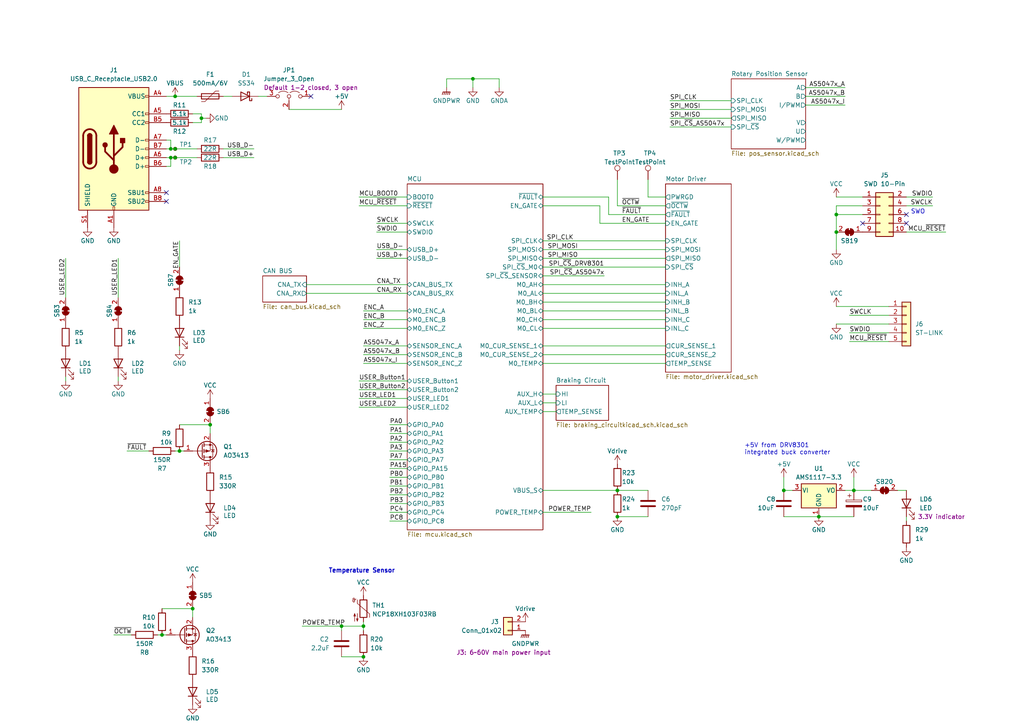
<source format=kicad_sch>
(kicad_sch (version 20211123) (generator eeschema)
  (paper "A4")
  (title_block (title "MoCo-O"))
  (junction (at 153.67 269.24))
  (junction (at 237.49 149.86))
  (junction (at 82.55 269.24))
  (junction (at 179.07 142.24))
  (junction (at 209.55 240.03))
  (junction (at 50.8 43.18))
  (junction (at 120.65 269.24))
  (junction (at 90.17 269.24))
  (junction (at 201.93 226.06))
  (junction (at 113.03 269.24))
  (junction (at 227.33 142.24))
  (junction (at 50.8 45.72))
  (junction (at 242.57 62.23))
  (junction (at 99.06 269.24))
  (junction (at -63.5 179.07))
  (junction (at -11.43 176.53))
  (junction (at 58.42 34.29))
  (junction (at 184.15 269.24))
  (junction (at 129.54 269.24))
  (junction (at -38.1 179.07))
  (junction (at 52.07 130.81))
  (junction (at 99.06 181.61))
  (junction (at 162.56 269.24))
  (junction (at 67.31 269.24))
  (junction (at 193.04 269.24))
  (junction (at -104.14 179.07))
  (junction (at 49.53 45.72))
  (junction (at 46.99 184.15))
  (junction (at 50.8 269.24))
  (junction (at 60.96 123.19))
  (junction (at 146.05 269.24))
  (junction (at 105.41 181.61))
  (junction (at 179.07 149.86))
  (junction (at 58.42 269.24))
  (junction (at 242.57 67.31))
  (junction (at 176.53 269.24))
  (junction (at 105.41 190.5))
  (junction (at 194.31 234.95))
  (junction (at 50.8 27.94))
  (junction (at 201.93 237.49))
  (junction (at 55.88 176.53))
  (junction (at 137.16 22.86))
  (junction (at 247.65 142.24))
  (junction (at 49.53 43.18))
  (no_connect (at 48.26 58.42))
  (no_connect (at 48.26 55.88))
  (no_connect (at 262.89 64.77))
  (no_connect (at 262.89 62.23))
  (no_connect (at 90.17 27.94))
  (no_connect (at 250.19 64.77))
  (wire (pts (xy 58.42 35.56) (xy 58.42 34.29)))
  (wire (pts (xy 139.7 233.68) (xy 158.75 233.68)))
  (wire (pts (xy 50.8 45.72) (xy 57.15 45.72)))
  (wire (pts (xy 52.07 69.85) (xy 52.07 77.47)))
  (wire (pts (xy 144.78 22.86) (xy 144.78 25.4)))
  (wire (pts (xy 113.03 265.43) (xy 113.03 269.24)))
  (wire (pts (xy 227.33 138.43) (xy 227.33 142.24)))
  (wire (pts (xy 157.48 69.85) (xy 193.04 69.85)))
  (wire (pts (xy 105.41 95.25) (xy 118.11 95.25)))
  (wire (pts (xy 113.03 133.35) (xy 118.11 133.35)))
  (wire (pts (xy 90.17 269.24) (xy 99.06 269.24)))
  (wire (pts (xy 185.42 237.49) (xy 201.93 237.49)))
  (wire (pts (xy 110.49 236.22) (xy 127 236.22)))
  (wire (pts (xy 248.92 266.7) (xy 264.16 266.7)))
  (wire (pts (xy 58.42 33.02) (xy 55.88 33.02)))
  (wire (pts (xy 88.9 85.09) (xy 118.11 85.09)))
  (wire (pts (xy 237.49 149.86) (xy 247.65 149.86)))
  (wire (pts (xy 157.48 92.71) (xy 193.04 92.71)))
  (wire (pts (xy 99.06 190.5) (xy 105.41 190.5)))
  (wire (pts (xy 157.48 95.25) (xy 193.04 95.25)))
  (wire (pts (xy 49.53 43.18) (xy 50.8 43.18)))
  (wire (pts (xy 113.03 146.05) (xy 118.11 146.05)))
  (wire (pts (xy 209.55 240.03) (xy 219.71 240.03)))
  (wire (pts (xy 157.48 116.84) (xy 161.29 116.84)))
  (wire (pts (xy 48.26 45.72) (xy 49.53 45.72)))
  (wire (pts (xy 194.31 226.06) (xy 201.93 226.06)))
  (wire (pts (xy 110.49 226.06) (xy 127 226.06)))
  (wire (pts (xy 110.49 233.68) (xy 127 233.68)))
  (wire (pts (xy 177.8 269.24) (xy 176.53 269.24)))
  (wire (pts (xy 179.07 149.86) (xy 187.96 149.86)))
  (wire (pts (xy 59.69 34.29) (xy 58.42 34.29)))
  (wire (pts (xy 104.14 118.11) (xy 118.11 118.11)))
  (wire (pts (xy 113.03 130.81) (xy 118.11 130.81)))
  (wire (pts (xy 140.97 223.52) (xy 139.7 223.52)))
  (wire (pts (xy 119.38 269.24) (xy 120.65 269.24)))
  (wire (pts (xy 55.88 176.53) (xy 46.99 176.53)))
  (wire (pts (xy 152.4 269.24) (xy 153.67 269.24)))
  (wire (pts (xy -87.63 179.07) (xy -74.93 179.07)))
  (wire (pts (xy 46.99 184.15) (xy 48.26 184.15)))
  (wire (pts (xy 184.15 265.43) (xy 184.15 269.24)))
  (wire (pts (xy 104.14 57.15) (xy 118.11 57.15)))
  (wire (pts (xy 233.68 30.48) (xy 245.11 30.48)))
  (wire (pts (xy 104.14 110.49) (xy 118.11 110.49)))
  (wire (pts (xy 227.33 149.86) (xy 237.49 149.86)))
  (wire (pts (xy 113.03 128.27) (xy 118.11 128.27)))
  (wire (pts (xy 120.65 265.43) (xy 120.65 269.24)))
  (wire (pts (xy -50.8 179.07) (xy -38.1 179.07)))
  (wire (pts (xy 48.26 48.26) (xy 49.53 48.26)))
  (wire (pts (xy 34.29 74.93) (xy 34.29 86.36)))
  (wire (pts (xy 50.8 27.94) (xy 57.15 27.94)))
  (wire (pts (xy 157.48 72.39) (xy 193.04 72.39)))
  (wire (pts (xy 139.7 228.6) (xy 158.75 228.6)))
  (wire (pts (xy 170.18 269.24) (xy 176.53 269.24)))
  (wire (pts (xy 82.55 265.43) (xy 82.55 269.24)))
  (wire (pts (xy 201.93 226.06) (xy 209.55 226.06)))
  (wire (pts (xy 179.07 59.69) (xy 179.07 52.07)))
  (wire (pts (xy 146.05 265.43) (xy 146.05 269.24)))
  (wire (pts (xy 36.83 130.81) (xy 43.18 130.81)))
  (wire (pts (xy 246.38 96.52) (xy 257.81 96.52)))
  (wire (pts (xy 246.38 91.44) (xy 257.81 91.44)))
  (wire (pts (xy 242.57 57.15) (xy 250.19 57.15)))
  (wire (pts (xy 247.65 138.43) (xy 247.65 142.24)))
  (wire (pts (xy 48.26 40.64) (xy 49.53 40.64)))
  (wire (pts (xy 157.48 90.17) (xy 193.04 90.17)))
  (wire (pts (xy 153.67 269.24) (xy 162.56 269.24)))
  (wire (pts (xy 157.48 148.59) (xy 171.45 148.59)))
  (wire (pts (xy 73.66 43.18) (xy 64.77 43.18)))
  (wire (pts (xy 157.48 100.33) (xy 193.04 100.33)))
  (wire (pts (xy 233.68 27.94) (xy 245.11 27.94)))
  (wire (pts (xy 157.48 119.38) (xy 161.29 119.38)))
  (wire (pts (xy 245.11 142.24) (xy 247.65 142.24)))
  (wire (pts (xy 182.88 269.24) (xy 184.15 269.24)))
  (wire (pts (xy 157.48 57.15) (xy 176.53 57.15)))
  (wire (pts (xy 247.65 241.3) (xy 264.16 241.3)))
  (wire (pts (xy 176.53 265.43) (xy 176.53 269.24)))
  (wire (pts (xy 129.54 269.24) (xy 133.35 269.24)))
  (wire (pts (xy 105.41 181.61) (xy 105.41 182.88)))
  (wire (pts (xy 125.73 223.52) (xy 127 223.52)))
  (wire (pts (xy 139.7 226.06) (xy 158.75 226.06)))
  (wire (pts (xy 60.96 123.19) (xy 60.96 125.73)))
  (wire (pts (xy 184.15 269.24) (xy 193.04 269.24)))
  (wire (pts (xy 44.45 269.24) (xy 50.8 269.24)))
  (wire (pts (xy 242.57 72.39) (xy 242.57 67.31)))
  (wire (pts (xy 260.35 142.24) (xy 262.89 142.24)))
  (wire (pts (xy 194.31 34.29) (xy 212.09 34.29)))
  (wire (pts (xy 242.57 62.23) (xy 250.19 62.23)))
  (wire (pts (xy 50.8 27.94) (xy 48.26 27.94)))
  (wire (pts (xy 113.03 138.43) (xy 118.11 138.43)))
  (wire (pts (xy -106.68 179.07) (xy -104.14 179.07)))
  (wire (pts (xy 113.03 143.51) (xy 118.11 143.51)))
  (wire (pts (xy 104.14 115.57) (xy 118.11 115.57)))
  (wire (pts (xy 99.06 31.75) (xy 83.82 31.75)))
  (wire (pts (xy 88.9 269.24) (xy 90.17 269.24)))
  (wire (pts (xy 242.57 62.23) (xy 242.57 59.69)))
  (wire (pts (xy 33.02 184.15) (xy 38.1 184.15)))
  (wire (pts (xy 50.8 130.81) (xy 52.07 130.81)))
  (wire (pts (xy 157.48 82.55) (xy 193.04 82.55)))
  (wire (pts (xy 99.06 181.61) (xy 105.41 181.61)))
  (wire (pts (xy 209.55 233.68) (xy 209.55 240.03)))
  (wire (pts (xy 233.68 25.4) (xy 245.11 25.4)))
  (wire (pts (xy 185.42 234.95) (xy 194.31 234.95)))
  (wire (pts (xy 55.88 35.56) (xy 58.42 35.56)))
  (wire (pts (xy 264.16 238.76) (xy 247.65 238.76)))
  (wire (pts (xy 67.31 269.24) (xy 71.12 269.24)))
  (wire (pts (xy 34.29 109.22) (xy 34.29 110.49)))
  (wire (pts (xy 49.53 40.64) (xy 49.53 43.18)))
  (wire (pts (xy 129.54 22.86) (xy 137.16 22.86)))
  (wire (pts (xy 194.31 31.75) (xy 212.09 31.75)))
  (wire (pts (xy 60.96 123.19) (xy 52.07 123.19)))
  (wire (pts (xy 110.49 228.6) (xy 127 228.6)))
  (wire (pts (xy 157.48 102.87) (xy 193.04 102.87)))
  (wire (pts (xy 99.06 269.24) (xy 102.87 269.24)))
  (wire (pts (xy 52.07 130.81) (xy 53.34 130.81)))
  (wire (pts (xy -67.31 179.07) (xy -63.5 179.07)))
  (wire (pts (xy 157.48 87.63) (xy 193.04 87.63)))
  (wire (pts (xy 187.96 57.15) (xy 187.96 52.07)))
  (wire (pts (xy 19.05 109.22) (xy 19.05 110.49)))
  (wire (pts (xy 113.03 125.73) (xy 118.11 125.73)))
  (wire (pts (xy 105.41 105.41) (xy 118.11 105.41)))
  (wire (pts (xy 110.49 238.76) (xy 127 238.76)))
  (wire (pts (xy 58.42 265.43) (xy 58.42 269.24)))
  (wire (pts (xy 264.16 233.68) (xy 247.65 233.68)))
  (wire (pts (xy 137.16 22.86) (xy 137.16 25.4)))
  (wire (pts (xy 129.54 22.86) (xy 129.54 25.4)))
  (wire (pts (xy 140.97 241.3) (xy 139.7 241.3)))
  (wire (pts (xy 110.49 231.14) (xy 127 231.14)))
  (wire (pts (xy 120.65 269.24) (xy 129.54 269.24)))
  (wire (pts (xy 139.7 238.76) (xy 158.75 238.76)))
  (wire (pts (xy -25.4 176.53) (xy -11.43 176.53)))
  (wire (pts (xy 194.31 29.21) (xy 212.09 29.21)))
  (wire (pts (xy 157.48 114.3) (xy 161.29 114.3)))
  (wire (pts (xy 105.41 102.87) (xy 118.11 102.87)))
  (wire (pts (xy 262.89 149.86) (xy 262.89 151.13)))
  (wire (pts (xy 176.53 57.15) (xy 176.53 62.23)))
  (wire (pts (xy 58.42 34.29) (xy 58.42 33.02)))
  (wire (pts (xy 194.31 234.95) (xy 219.71 234.95)))
  (wire (pts (xy 242.57 59.69) (xy 250.19 59.69)))
  (wire (pts (xy 264.16 227.33) (xy 264.16 231.14)))
  (wire (pts (xy 270.51 59.69) (xy 262.89 59.69)))
  (wire (pts (xy 194.31 233.68) (xy 194.31 234.95)))
  (wire (pts (xy 176.53 62.23) (xy 193.04 62.23)))
  (wire (pts (xy 157.48 105.41) (xy 193.04 105.41)))
  (wire (pts (xy 157.48 59.69) (xy 173.99 59.69)))
  (wire (pts (xy 248.92 264.16) (xy 264.16 264.16)))
  (wire (pts (xy 50.8 265.43) (xy 50.8 269.24)))
  (wire (pts (xy 274.32 67.31) (xy 262.89 67.31)))
  (wire (pts (xy 99.06 181.61) (xy 99.06 182.88)))
  (wire (pts (xy 247.65 142.24) (xy 252.73 142.24)))
  (wire (pts (xy 185.42 240.03) (xy 209.55 240.03)))
  (wire (pts (xy 193.04 269.24) (xy 196.85 269.24)))
  (wire (pts (xy 113.03 151.13) (xy 118.11 151.13)))
  (wire (pts (xy 114.3 269.24) (xy 113.03 269.24)))
  (wire (pts (xy 77.47 27.94) (xy 74.93 27.94)))
  (wire (pts (xy 270.51 57.15) (xy 262.89 57.15)))
  (wire (pts (xy 248.92 259.08) (xy 264.16 259.08)))
  (wire (pts (xy 157.48 142.24) (xy 179.07 142.24)))
  (wire (pts (xy 113.03 135.89) (xy 118.11 135.89)))
  (wire (pts (xy 113.03 123.19) (xy 118.11 123.19)))
  (wire (pts (xy 57.15 269.24) (xy 58.42 269.24)))
  (wire (pts (xy 19.05 74.93) (xy 19.05 86.36)))
  (wire (pts (xy 105.41 92.71) (xy 118.11 92.71)))
  (wire (pts (xy 194.31 36.83) (xy 212.09 36.83)))
  (wire (pts (xy 106.68 269.24) (xy 113.03 269.24)))
  (wire (pts (xy 157.48 77.47) (xy 193.04 77.47)))
  (wire (pts (xy 125.73 241.3) (xy 127 241.3)))
  (wire (pts (xy 201.93 233.68) (xy 201.93 237.49)))
  (wire (pts (xy 109.22 64.77) (xy 118.11 64.77)))
  (wire (pts (xy 109.22 74.93) (xy 118.11 74.93)))
  (wire (pts (xy 242.57 88.9) (xy 257.81 88.9)))
  (wire (pts (xy 157.48 74.93) (xy 193.04 74.93)))
  (wire (pts (xy 49.53 45.72) (xy 50.8 45.72)))
  (wire (pts (xy 90.17 265.43) (xy 90.17 269.24)))
  (wire (pts (xy 187.96 57.15) (xy 193.04 57.15)))
  (wire (pts (xy 104.14 113.03) (xy 118.11 113.03)))
  (wire (pts (xy 153.67 265.43) (xy 153.67 269.24)))
  (wire (pts (xy 45.72 184.15) (xy 46.99 184.15)))
  (wire (pts (xy 227.33 142.24) (xy 229.87 142.24)))
  (wire (pts (xy 49.53 45.72) (xy 49.53 48.26)))
  (wire (pts (xy 242.57 93.98) (xy 257.81 93.98)))
  (wire (pts (xy 139.7 269.24) (xy 146.05 269.24)))
  (wire (pts (xy 88.9 82.55) (xy 118.11 82.55)))
  (wire (pts (xy 76.2 269.24) (xy 82.55 269.24)))
  (wire (pts (xy 105.41 181.61) (xy 105.41 180.34)))
  (wire (pts (xy 109.22 72.39) (xy 118.11 72.39)))
  (wire (pts (xy 201.93 237.49) (xy 219.71 237.49)))
  (wire (pts (xy 157.48 85.09) (xy 193.04 85.09)))
  (wire (pts (xy 73.66 45.72) (xy 64.77 45.72)))
  (wire (pts (xy 246.38 99.06) (xy 257.81 99.06)))
  (wire (pts (xy 162.56 269.24) (xy 166.37 269.24)))
  (wire (pts (xy 113.03 148.59) (xy 118.11 148.59)))
  (wire (pts (xy 248.92 269.24) (xy 264.16 269.24)))
  (wire (pts (xy 113.03 140.97) (xy 118.11 140.97)))
  (wire (pts (xy 55.88 176.53) (xy 55.88 179.07)))
  (wire (pts (xy 52.07 100.33) (xy 52.07 101.6)))
  (wire (pts (xy 50.8 43.18) (xy 57.15 43.18)))
  (wire (pts (xy 104.14 59.69) (xy 118.11 59.69)))
  (wire (pts (xy 105.41 90.17) (xy 118.11 90.17)))
  (wire (pts (xy 179.07 59.69) (xy 193.04 59.69)))
  (wire (pts (xy 58.42 269.24) (xy 67.31 269.24)))
  (wire (pts (xy 157.48 80.01) (xy 175.26 80.01)))
  (wire (pts (xy 137.16 22.86) (xy 144.78 22.86)))
  (wire (pts (xy 64.77 27.94) (xy 67.31 27.94)))
  (wire (pts (xy 139.7 231.14) (xy 158.75 231.14)))
  (wire (pts (xy 264.16 236.22) (xy 247.65 236.22)))
  (wire (pts (xy 173.99 59.69) (xy 173.99 64.77)))
  (wire (pts (xy 242.57 67.31) (xy 242.57 62.23)))
  (wire (pts (xy 105.41 100.33) (xy 118.11 100.33)))
  (wire (pts (xy 173.99 64.77) (xy 193.04 64.77)))
  (wire (pts (xy -129.54 179.07) (xy -114.3 179.07)))
  (wire (pts (xy 219.71 228.6) (xy 219.71 232.41)))
  (wire (pts (xy 179.07 142.24) (xy 187.96 142.24)))
  (wire (pts (xy 48.26 43.18) (xy 49.53 43.18)))
  (wire (pts (xy 109.22 67.31) (xy 118.11 67.31)))
  (wire (pts (xy 139.7 236.22) (xy 158.75 236.22)))
  (wire (pts (xy 87.63 181.61) (xy 99.06 181.61)))
  (wire (pts (xy 147.32 269.24) (xy 146.05 269.24)))
  (wire (pts (xy 83.82 269.24) (xy 82.55 269.24)))
  (wire (pts (xy 248.92 261.62) (xy 264.16 261.62)))
  (wire (pts (xy 52.07 269.24) (xy 50.8 269.24)))
  (text "Temperature Sensor" (at 95.25 166.37 0) (effects (font (size 1.27 1.27) (thickness 0.254) bold) (justify left bottom)))
  (text "SWO" (at 264.16 62.23 0) (effects (font (size 1.27 1.27)) (justify left bottom)))
  (text "+5V from DRV8301\nintegrated buck converter" (at 215.9 132.08 0) (effects (font (size 1.27 1.27)) (justify left bottom)))
  (label "SPI_~{CS}_AS5047x" (at 247.65 241.3 0))
  (label "MCU_~{RESET}" (at 246.38 99.06 0))
  (label "PA3" (at 158.75 228.6 180))
  (label "SWCLK" (at 246.38 91.44 0))
  (label "EN_GATE" (at 180.34 64.77 0))
  (label "MCU_~{RESET}" (at 104.14 59.69 0))
  (label "PA1_CONN" (at 102.87 269.24 180))
  (label "PA7" (at 113.03 133.35 0))
  (label "PC4" (at 113.03 148.59 0))
  (label "PB2" (at 139.7 269.24 0))
  (label "SPI_CLK" (at 166.37 69.85 180))
  (label "SWDIO" (at 109.22 67.31 0))
  (label "AS5047x_B" (at 248.92 261.62 0))
  (label "SWCLK" (at 270.51 59.69 180))
  (label "PB1" (at 158.75 233.68 180))
  (label "PA0" (at 44.45 269.24 0))
  (label "USB_D+" (at 73.66 45.72 180))
  (label "USER_Button1" (at 248.92 266.7 0))
  (label "~{FAULT}" (at 180.34 62.23 0))
  (label "ENC_Z" (at 105.41 95.25 0))
  (label "MCU_BOOT0" (at 104.14 57.15 0))
  (label "SPI_MOSI" (at 167.64 72.39 180))
  (label "SWDIO" (at 246.38 96.52 0))
  (label "AS5047x_A" (at 248.92 259.08 0))
  (label "USER_Button2" (at 104.14 113.03 0))
  (label "PB3_CONN" (at 196.85 269.24 180))
  (label "ENC_B" (at 105.41 92.71 0))
  (label "ENC_B" (at 185.42 237.49 0))
  (label "PB2" (at 113.03 143.51 0))
  (label "PA15" (at 113.03 135.89 0))
  (label "PC8" (at 158.75 238.76 180))
  (label "USER_LED1" (at 34.29 74.93 270))
  (label "~{FAULT}" (at 36.83 130.81 0))
  (label "ENC_A" (at 105.41 90.17 0))
  (label "AS5047x_A" (at 245.11 25.4 180))
  (label "USB_D-" (at 73.66 43.18 180))
  (label "PB2_CONN" (at 166.37 269.24 180))
  (label "CNA_TX" (at 109.22 82.55 0))
  (label "CNA_RX" (at 109.22 85.09 0))
  (label "PA7" (at 110.49 231.14 0))
  (label "POWER_TEMP" (at 87.63 181.61 0))
  (label "USER_Button2" (at -129.54 179.07 0))
  (label "AS5047x_B" (at 245.11 27.94 180))
  (label "SPI_MOSI" (at 194.31 31.75 0))
  (label "PB2_CONN" (at 110.49 236.22 0))
  (label "SWDIO" (at 270.51 57.15 180))
  (label "PA0_CONN" (at 71.12 269.24 180))
  (label "AS5047x_A" (at 105.41 100.33 0))
  (label "PA2" (at 113.03 128.27 0))
  (label "PC4" (at 110.49 238.76 0))
  (label "PA2" (at 110.49 228.6 0))
  (label "PB0" (at 113.03 138.43 0))
  (label "SPI_CLK" (at 247.65 233.68 0))
  (label "SPI_~{CS}_AS5047x" (at 175.26 80.01 180))
  (label "USER_LED2" (at 104.14 118.11 0))
  (label "PA1" (at 76.2 269.24 0))
  (label "AS5047x_B" (at 105.41 102.87 0))
  (label "PB1" (at 113.03 140.97 0))
  (label "USER_Button1" (at 104.14 110.49 0))
  (label "SPI_MISO" (at 167.64 74.93 180))
  (label "MCU_~{RESET}" (at -25.4 176.53 0))
  (label "PB3_CONN" (at 158.75 236.22 180))
  (label "SWCLK" (at 109.22 64.77 0))
  (label "PA15" (at 106.68 269.24 0))
  (label "AS5047x_I" (at 248.92 264.16 0))
  (label "PA15_CONN" (at 133.35 269.24 180))
  (label "ENC_Z" (at 185.42 240.03 0))
  (label "EN_GATE" (at 52.07 69.85 270))
  (label "PA1" (at 113.03 125.73 0))
  (label "POWER_TEMP" (at 171.45 148.59 180))
  (label "PB3" (at 113.03 146.05 0))
  (label "~{OCTW}" (at 33.02 184.15 0))
  (label "~{OCTW}" (at 180.34 59.69 0))
  (label "USB_D-" (at 109.22 72.39 0))
  (label "SPI_~{CS}_AS5047x" (at 194.31 36.83 0))
  (label "PC8" (at 113.03 151.13 0))
  (label "SPI_MISO" (at 194.31 34.29 0))
  (label "PA0_CONN" (at 110.49 226.06 0))
  (label "PB3" (at 170.18 269.24 0))
  (label "ENC_A" (at 185.42 234.95 0))
  (label "PA1_CONN" (at 158.75 226.06 180))
  (label "PA3" (at 113.03 130.81 0))
  (label "MCU_~{RESET}" (at 274.32 67.31 180))
  (label "USER_Button2" (at 248.92 269.24 0))
  (label "SPI_~{CS}_DRV8301" (at 175.26 77.47 180))
  (label "SPI_MOSI" (at 247.65 236.22 0))
  (label "USB_D+" (at 109.22 74.93 0))
  (label "PA0" (at 113.03 123.19 0))
  (label "SPI_CLK" (at 194.31 29.21 0))
  (label "PA15_CONN" (at 158.75 231.14 180))
  (label "MCU_BOOT0" (at -50.8 179.07 0))
  (label "USER_LED1" (at 104.14 115.57 0))
  (label "PB0" (at 110.49 233.68 0))
  (label "AS5047x_I" (at 105.41 105.41 0))
  (label "USER_LED2" (at 19.05 74.93 270))
  (label "USER_Button1" (at -87.63 179.07 0))
  (label "AS5047x_I" (at 245.11 30.48 180))
  (label "SPI_MISO" (at 247.65 238.76 0))
  (symbol (lib_id "power:GNDPWR") (at 129.54 25.4 0) (unit 1)
    (property "Reference" "#PWR028" (effects hide))
    (property "Value" "GNDPWR" (at 129.54 29.21 0))
  )
  (symbol (lib_id "Device:R") (at 60.96 139.7 0) (unit 1)
    (property "Reference" "R15" (at 63.5 138.43 0) (effects (justify left)))
    (property "Value" "330R" (at 63.5 140.97 0) (effects (justify left)))
    (property "Footprint" "Resistor_SMD:R_0402_1005Metric" (effects hide))
  )
  (symbol (lib_id "power:GND") (at 129.54 281.94 0) (unit 1)
    (property "Reference" "#PWR029" (effects hide))
    (property "Value" "GND" (at 129.54 285.75 0))
  )
  (symbol (lib_id "Device:R") (at 201.93 229.87 0) (unit 1)
    (property "Reference" "R27" (at 203.2 228.6 0) (effects (justify left)))
    (property "Value" "3.3k" (at 203.2 231.14 0) (effects (justify left)))
    (property "Footprint" "Resistor_SMD:R_0402_1005Metric" (effects hide))
    (property "JLCPCB Part #" "C25890" (effects hide))
    (property "MFR.Part #" "0402WGF3301TCE" (effects hide))
  )
  (symbol (lib_id "Device:R_Small") (at 180.34 269.24 270) (unit 1)
    (property "Reference" "R25" (at 180.34 274.32 90))
    (property "Value" "3.3k" (at 180.34 271.78 90))
    (property "Footprint" "Resistor_SMD:R_0402_1005Metric" (effects hide))
    (property "JLCPCB Part #" "C25890" (effects hide))
    (property "MFR.Part #" "0402WGF3301TCE" (effects hide))
  )
  (symbol (lib_id "power:GND") (at 179.07 149.86 0) (unit 1)
    (property "Reference" "#PWR039" (effects hide))
    (property "Value" "GND" (at 179.07 153.67 0))
  )
  (symbol (lib_id "power:GND") (at -11.43 186.69 0) (unit 1)
    (property "Reference" "#PWR08" (effects hide))
    (property "Value" "GND" (at -11.43 190.5 0))
  )
  (symbol (lib_id "Jumper:SolderJumper_2_Bridged") (at 99.06 273.05 90) (unit 1) (in_bom no)
    (property "Reference" "SB11" (at 96.52 273.05 0))
    (property "Value" "SolderJumper_2_Bridged" (effects hide))
    (property "Footprint" "Jumper:SolderJumper-2_P1.3mm_Bridged_RoundedPad1.0x1.5mm" (effects hide))
  )
  (symbol (lib_id "Jumper:SolderJumper_2_Bridged") (at 55.88 172.72 270) (unit 1) (in_bom no)
    (property "Reference" "SB5" (at 59.69 172.72 90))
    (property "Value" "SolderJumper_2_Bridged" (effects hide))
    (property "Footprint" "Jumper:SolderJumper-2_P1.3mm_Bridged_RoundedPad1.0x1.5mm" (effects hide))
  )
  (symbol (lib_id "power:VCC") (at -38.1 168.91 0) (unit 1)
    (property "Reference" "#PWR05" (effects hide))
    (property "Value" "VCC" (at -38.1 165.1 0))
  )
  (symbol (lib_id "Device:LED") (at 262.89 146.05 90) (unit 1)
    (property "Reference" "LD6" (at 266.7 144.78 90) (effects (justify right)))
    (property "Value" "LED" (at 266.7 147.32 90) (effects (justify right)))
    (property "Footprint" "LED_SMD:LED_0603_1608Metric" (effects hide))
    (property "Note" "3.3V indicator" (at 273.05 149.86 90))
  )
  (symbol (lib_id "Device:R") (at 209.55 229.87 0) (unit 1)
    (property "Reference" "R28" (at 210.82 228.6 0) (effects (justify left)))
    (property "Value" "3.3k" (at 210.82 231.14 0) (effects (justify left)))
    (property "Footprint" "Resistor_SMD:R_0402_1005Metric" (effects hide))
    (property "JLCPCB Part #" "C25890" (effects hide))
    (property "MFR.Part #" "0402WGF3301TCE" (effects hide))
  )
  (symbol (lib_id "power:VCC") (at -104.14 168.91 0) (unit 1)
    (property "Reference" "#PWR01" (effects hide))
    (property "Value" "VCC" (at -104.14 165.1 0))
  )
  (symbol (lib_id "Device:R") (at 52.07 33.02 90) (unit 1)
    (property "Reference" "R11" (at 52.07 30.48 90))
    (property "Value" "5.1k" (at 52.07 33.02 90))
    (property "Footprint" "Resistor_SMD:R_0402_1005Metric" (effects hide))
    (property "JLCPCB Part #" "C25905" (effects hide))
    (property "MFR.Part #" "0402WGF5101TCE" (effects hide))
  )
  (symbol (lib_id "Device:R") (at 262.89 154.94 0) (unit 1)
    (property "Reference" "R29" (at 265.43 153.6699 0) (effects (justify left)))
    (property "Value" "1k" (at 265.43 156.2099 0) (effects (justify left)))
    (property "Footprint" "Resistor_SMD:R_0402_1005Metric" (effects hide))
    (property "JLCPCB Part #" "C11702" (effects hide))
    (property "MFR.Part #" "0402WGF1001TCE" (effects hide))
  )
  (symbol (lib_id "power:VCC") (at 201.93 218.44 0) (unit 1)
    (property "Reference" "#PWR041" (effects hide))
    (property "Value" "VCC" (at 201.93 214.63 0))
  )
  (symbol (lib_id "Switch:SW_Push") (at -11.43 181.61 90) (unit 1)
    (property "Reference" "SW4" (at -10.16 180.3399 90) (effects (justify right)))
    (property "Value" "SW_Push" (at -10.16 182.8799 90) (effects (justify right)))
    (property "Footprint" "Button_Switch_SMD:SW_SPST_CK_RS282G05A3" (effects hide))
  )
  (symbol (lib_id "Switch:SW_Push") (at -63.5 173.99 90) (unit 1)
    (property "Reference" "SW2" (at -62.23 172.7199 90) (effects (justify right)))
    (property "Value" "SW_Push" (at -62.23 175.2599 90) (effects (justify right)))
    (property "Footprint" "Button_Switch_SMD:SW_SPST_CK_RS282G05A3" (effects hide))
  )
  (symbol (lib_id "Jumper:SolderJumper_2_Bridged") (at 19.05 90.17 90) (unit 1) (in_bom no)
    (property "Reference" "SB3" (at 16.51 90.17 0))
    (property "Value" "SolderJumper_2_Bridged" (effects hide))
    (property "Footprint" "Jumper:SolderJumper-2_P1.3mm_Bridged_RoundedPad1.0x1.5mm" (effects hide))
  )
  (symbol (lib_id "Switch:SW_Push") (at -38.1 173.99 90) (unit 1)
    (property "Reference" "SW3" (at -36.83 172.7199 90) (effects (justify right)))
    (property "Value" "SW_Push" (at -36.83 175.2599 90) (effects (justify right)))
    (property "Footprint" "Button_Switch_SMD:SW_SPST_CK_RS282G05A3" (effects hide))
  )
  (symbol (lib_id "Jumper:SolderJumper_2_Bridged") (at 129.54 273.05 90) (unit 1) (in_bom no)
    (property "Reference" "SB13" (at 127 273.05 0))
    (property "Value" "SolderJumper_2_Bridged" (effects hide))
    (property "Footprint" "Jumper:SolderJumper-2_P1.3mm_Bridged_RoundedPad1.0x1.5mm" (effects hide))
  )
  (symbol (lib_id "Device:R") (at 52.07 35.56 90) (unit 1)
    (property "Reference" "R12" (at 52.07 38.1 90))
    (property "Value" "5.1k" (at 52.07 35.56 90))
    (property "Footprint" "Resistor_SMD:R_0402_1005Metric" (effects hide))
    (property "JLCPCB Part #" "C25905" (effects hide))
    (property "MFR.Part #" "0402WGF5101TCE" (effects hide))
  )
  (symbol (lib_id "Device:R") (at 52.07 88.9 0) (unit 1)
    (property "Reference" "R13" (at 54.61 87.63 0) (effects (justify left)))
    (property "Value" "1k" (at 54.61 90.17 0) (effects (justify left)))
    (property "Footprint" "Resistor_SMD:R_0402_1005Metric" (effects hide))
    (property "JLCPCB Part #" "C11702" (effects hide))
    (property "MFR.Part #" "0402WGF1001TCE" (effects hide))
  )
  (symbol (lib_id "Diode:MBR340") (at 71.12 27.94 180) (unit 1)
    (property "Reference" "D1" (at 71.4375 21.59 0))
    (property "Value" "SS34" (at 71.4375 24.13 0))
    (property "Footprint" "Diode_SMD:D_SMA" (effects hide))
    (property "JLCPCB Part #" "C8678" (effects hide))
    (property "MFR.Part #" "SS34" (effects hide))
  )
  (symbol (lib_id "power:GND") (at 99.06 281.94 0) (unit 1)
    (property "Reference" "#PWR022" (effects hide))
    (property "Value" "GND" (at 99.06 285.75 0))
  )
  (symbol (lib_id "Device:R") (at 52.07 127 180) (unit 1)
    (property "Reference" "R9" (at 48.26 125.73 0))
    (property "Value" "10k" (at 48.26 128.27 0))
    (property "Footprint" "Resistor_SMD:R_0402_1005Metric" (effects hide))
    (property "JLCPCB Part #" "C25744" (effects hide))
    (property "MFR.Part #" "0402WGF1002TCE" (effects hide))
  )
  (symbol (lib_id "Device:C_Small") (at 99.06 279.4 0) (unit 1)
    (property "Reference" "C3" (at 101.6 278.1362 0) (effects (justify left)))
    (property "Value" "82pF" (at 101.6 280.6762 0) (effects (justify left)))
    (property "Footprint" "Capacitor_SMD:C_0402_1005Metric" (effects hide))
    (property "JLCPCB Part #" "C107011" (effects hide))
    (property "MFR.Part #" "CC0402JRNPO9BN820" (effects hide))
  )
  (symbol (lib_id "Device:R_Small") (at 86.36 269.24 270) (unit 1)
    (property "Reference" "R19" (at 86.36 274.32 90))
    (property "Value" "3.3k" (at 86.36 271.78 90))
    (property "Footprint" "Resistor_SMD:R_0402_1005Metric" (effects hide))
    (property "JLCPCB Part #" "C25890" (effects hide))
    (property "MFR.Part #" "0402WGF3301TCE" (effects hide))
  )
  (symbol (lib_id "power:GND") (at 140.97 241.3 0) (unit 1)
    (property "Reference" "#PWR033" (effects hide))
    (property "Value" "GND" (at 140.97 245.11 0))
  )
  (symbol (lib_id "Jumper:SolderJumper_3_Bridged12") (at 219.71 224.79 0) (unit 1) (in_bom no)
    (property "Reference" "SB18" (at 217.17 222.25 0) (effects (justify left)))
    (property "Value" "SolderJumper_3_Bridged12" (effects hide))
    (property "Footprint" "Jumper:SolderJumper-3_P1.3mm_Bridged12_RoundedPad1.0x1.5mm_NumberLabels" (effects hide))
  )
  (symbol (lib_id "Device:R") (at 41.91 184.15 270) (unit 1)
    (property "Reference" "R8" (at 41.91 189.23 90))
    (property "Value" "150R" (at 41.91 186.69 90))
    (property "Footprint" "Resistor_SMD:R_0402_1005Metric" (effects hide))
    (property "JLCPCB Part #" "C25082" (effects hide))
    (property "MFR.Part #" "0402WGF1500TCE" (effects hide))
  )
  (symbol (lib_id "Connector:TestPoint") (at 179.07 52.07 0) (unit 1) (in_bom no)
    (property "Reference" "TP3" (at 177.8 44.45 0) (effects (justify left)))
    (property "Value" "TestPoint" (at 175.26 46.99 0) (effects (justify left)))
    (property "Footprint" "TestPoint:TestPoint_Pad_D2.0mm" (effects hide))
  )
  (symbol (lib_id "power:GND") (at 105.41 190.5 0) (unit 1)
    (property "Reference" "#PWR024" (effects hide))
    (property "Value" "GND" (at 105.41 194.31 0))
  )
  (symbol (lib_id "power:GND") (at 137.16 25.4 0) (unit 1)
    (property "Reference" "#PWR030" (effects hide))
    (property "Value" "GND" (at 137.16 29.21 0))
  )
  (symbol (lib_id "power:GND") (at 67.31 281.94 0) (unit 1)
    (property "Reference" "#PWR020" (effects hide))
    (property "Value" "GND" (at 67.31 285.75 0))
  )
  (symbol (lib_id "power:VCC") (at 140.97 223.52 0) (unit 1)
    (property "Reference" "#PWR0104" (effects hide))
    (property "Value" "VCC" (at 140.97 219.71 0))
  )
  (symbol (lib_id "Connector_Generic:Conn_02x05_Odd_Even") (at 255.27 62.23 0) (unit 1)
    (property "Reference" "J5" (at 256.54 50.8 0))
    (property "Value" "SWD 10-Pin" (at 256.54 53.34 0))
    (property "Footprint" "Connector_PinHeader_1.27mm:PinHeader_2x05_P1.27mm_Vertical_SMD" (effects hide))
  )
  (symbol (lib_id "Regulator_Linear:AMS1117-3.3") (at 237.49 142.24 0) (unit 1)
    (property "Reference" "U1" (at 237.49 135.89 0))
    (property "Value" "AMS1117-3.3" (at 237.49 138.43 0))
    (property "Footprint" "Package_TO_SOT_SMD:SOT-223-3_TabPin2" (effects hide))
    (property "Datasheet" "http://www.advanced-monolithic.com/pdf/ds1117.pdf" (effects hide))
    (property "JLCPCB Part #" "C6186" (effects hide))
    (property "MFR.Part #" "AMS1117-3.3" (effects hide))
  )
  (symbol (lib_id "Device:LED") (at 19.05 105.41 90) (unit 1)
    (property "Reference" "LD1" (at 22.86 105.41 90) (effects (justify right)))
    (property "Value" "LED" (at 22.86 107.6326 90) (effects (justify right)))
    (property "Footprint" "LED_SMD:LED_0603_1608Metric" (effects hide))
  )
  (symbol (lib_id "Jumper:SolderJumper_2_Bridged") (at 201.93 222.25 90) (unit 1) (in_bom no)
    (property "Reference" "SB22" (at 198.12 222.25 90))
    (property "Value" "SolderJumper_2_Bridged" (effects hide))
    (property "Footprint" "Jumper:SolderJumper-2_P1.3mm_Bridged_RoundedPad1.0x1.5mm" (effects hide))
  )
  (symbol (lib_id "Device:R_Small") (at 116.84 269.24 270) (unit 1)
    (property "Reference" "R21" (at 116.84 274.32 90))
    (property "Value" "3.3k" (at 116.84 271.78 90))
    (property "Footprint" "Resistor_SMD:R_0402_1005Metric" (effects hide))
    (property "JLCPCB Part #" "C25890" (effects hide))
    (property "MFR.Part #" "0402WGF3301TCE" (effects hide))
  )
  (symbol (lib_id "Device:R") (at -63.5 182.88 0) (unit 1)
    (property "Reference" "R2" (at -60.96 181.6099 0) (effects (justify left)))
    (property "Value" "10k" (at -60.96 184.1499 0) (effects (justify left)))
    (property "Footprint" "Resistor_SMD:R_0402_1005Metric" (effects hide))
    (property "JLCPCB Part #" "C25744" (effects hide))
    (property "MFR.Part #" "0402WGF1002TCE" (effects hide))
  )
  (symbol (lib_id "Jumper:SolderJumper_2_Bridged") (at 162.56 273.05 90) (unit 1) (in_bom no)
    (property "Reference" "SB15" (at 160.02 273.05 0))
    (property "Value" "SolderJumper_2_Bridged" (effects hide))
    (property "Footprint" "Jumper:SolderJumper-2_P1.3mm_Bridged_RoundedPad1.0x1.5mm" (effects hide))
  )
  (symbol (lib_id "power:GND") (at 34.29 110.49 0) (unit 1)
    (property "Reference" "#PWR012" (effects hide))
    (property "Value" "GND" (at 34.29 114.3 0))
  )
  (symbol (lib_id "Device:R") (at 60.96 43.18 90) (unit 1)
    (property "Reference" "R17" (at 60.96 40.64 90))
    (property "Value" "22R" (at 60.96 43.18 90))
    (property "Footprint" "Resistor_SMD:R_0402_1005Metric" (effects hide))
    (property "JLCPCB Part #" "C25092" (effects hide))
    (property "MFR.Part #" "0402WGF220JTCE" (effects hide))
  )
  (symbol (lib_id "Device:R") (at 46.99 180.34 180) (unit 1)
    (property "Reference" "R10" (at 43.18 179.07 0))
    (property "Value" "10k" (at 43.18 181.61 0))
    (property "Footprint" "Resistor_SMD:R_0402_1005Metric" (effects hide))
    (property "JLCPCB Part #" "C25744" (effects hide))
    (property "MFR.Part #" "0402WGF1002TCE" (effects hide))
  )
  (symbol (lib_id "power:Vdrive") (at 179.07 134.62 0) (unit 1)
    (property "Reference" "#PWR038" (effects hide))
    (property "Value" "Vdrive" (at 179.07 130.81 0))
  )
  (symbol (lib_id "Device:C_Small") (at 129.54 279.4 0) (unit 1)
    (property "Reference" "C4" (at 132.08 278.1362 0) (effects (justify left)))
    (property "Value" "82pF" (at 132.08 280.6762 0) (effects (justify left)))
    (property "Footprint" "Capacitor_SMD:C_0402_1005Metric" (effects hide))
    (property "JLCPCB Part #" "C107011" (effects hide))
    (property "MFR.Part #" "CC0402JRNPO9BN820" (effects hide))
  )
  (symbol (lib_id "power:+5V") (at 269.24 223.52 0) (unit 1)
    (property "Reference" "#PWR056" (effects hide))
    (property "Value" "+5V" (at 269.24 219.71 0))
  )
  (symbol (lib_id "Device:R") (at 105.41 186.69 180) (unit 1)
    (property "Reference" "R20" (at 109.22 185.42 0))
    (property "Value" "10k" (at 109.22 187.96 0))
    (property "Footprint" "Resistor_SMD:R_0402_1005Metric" (effects hide))
    (property "JLCPCB Part #" "C25744" (effects hide))
    (property "MFR.Part #" "0402WGF1002TCE" (effects hide))
  )
  (symbol (lib_id "Device:LED") (at 52.07 96.52 90) (unit 1)
    (property "Reference" "LD3" (at 55.88 96.52 90) (effects (justify right)))
    (property "Value" "LED" (at 55.88 98.7426 90) (effects (justify right)))
    (property "Footprint" "LED_SMD:LED_0603_1608Metric" (effects hide))
  )
  (symbol (lib_id "power:VCC") (at 55.88 168.91 0) (unit 1)
    (property "Reference" "#PWR017" (effects hide))
    (property "Value" "VCC" (at 55.88 165.1 0))
  )
  (symbol (lib_id "Connector_Generic:Conn_01x02") (at 147.32 182.88 180) (unit 1)
    (property "Reference" "J3" (at 143.51 180.34 0))
    (property "Value" "Conn_01x02" (at 139.7 182.88 0))
    (property "Footprint" "Connector_AMASS:AMASS_XT60-M_1x02_P7.20mm_Vertical" (effects hide))
    (property "Note" "${REFERENCE}: 6~60V main power input" (at 146.05 189.23 0))
  )
  (symbol (lib_id "Device:R") (at 55.88 193.04 0) (unit 1)
    (property "Reference" "R16" (at 58.42 191.77 0) (effects (justify left)))
    (property "Value" "330R" (at 58.42 194.31 0) (effects (justify left)))
    (property "Footprint" "Resistor_SMD:R_0402_1005Metric" (effects hide))
  )
  (symbol (lib_id "power:VCC") (at 242.57 88.9 0) (unit 1)
    (property "Reference" "#PWR049" (effects hide))
    (property "Value" "VCC" (at 242.57 85.09 0))
  )
  (symbol (lib_id "power:GNDPWR") (at 152.4 182.88 0) (unit 1)
    (property "Reference" "#PWR036" (effects hide))
    (property "Value" "GNDPWR" (at 152.4 186.69 0))
  )
  (symbol (lib_id "Mechanical:MountingHole_Pad") (at 236.22 321.31 0) (unit 1) (in_bom no)
    (property "Reference" "H2" (effects hide))
    (property "Value" "MountingHole_Pad" (effects hide))
    (property "Footprint" "MountingHole:MountingHole_3.2mm_M3_Pad_Via" (effects hide))
  )
  (symbol (lib_id "power:GND") (at 33.02 66.04 0) (unit 1)
    (property "Reference" "#PWR011" (effects hide))
    (property "Value" "GND" (at 33.02 69.85 0))
  )
  (symbol (lib_id "Jumper:SolderJumper_2_Open") (at 116.84 265.43 0) (unit 1) (in_bom no)
    (property "Reference" "SB12" (at 116.84 262.89 0))
    (property "Value" "SolderJumper_2_Open" (effects hide))
    (property "Footprint" "Jumper:SolderJumper-2_P1.3mm_Open_RoundedPad1.0x1.5mm" (effects hide))
  )
  (symbol (lib_id "Mechanical:MountingHole") (at 241.3 320.04 0) (unit 1) (in_bom no)
    (property "Reference" "H3" (effects hide))
    (property "Value" "MountingHole" (effects hide))
    (property "Footprint" "MountingHole:MountingHole_3.2mm_M3_ISO14580" (effects hide))
  )
  (symbol (lib_id "Jumper:SolderJumper_2_Open") (at 54.61 265.43 0) (unit 1) (in_bom no)
    (property "Reference" "SB8" (at 54.61 262.89 0))
    (property "Value" "SolderJumper_2_Open" (effects hide))
    (property "Footprint" "Jumper:SolderJumper-2_P1.3mm_Open_RoundedPad1.0x1.5mm" (effects hide))
  )
  (symbol (lib_id "power:VCC") (at 105.41 172.72 0) (unit 1)
    (property "Reference" "#PWR023" (effects hide))
    (property "Value" "VCC" (at 105.41 168.91 0))
  )
  (symbol (lib_id "power:GNDA") (at 144.78 25.4 0) (unit 1)
    (property "Reference" "#PWR034" (effects hide))
    (property "Value" "GNDA" (at 144.78 29.21 0))
  )
  (symbol (lib_id "Device:Polyfuse") (at 60.96 27.94 90) (unit 1)
    (property "Reference" "F1" (at 60.96 21.59 90))
    (property "Value" "500mA/6V" (at 60.96 24.13 90))
    (property "Footprint" "Fuse:Fuse_0805_2012Metric" (effects hide))
    (property "JLCPCB Part #" "C269104" (effects hide))
    (property "MFR.Part #" "SMD0805B050TF" (effects hide))
  )
  (symbol (lib_id "power:GND") (at 59.69 34.29 90) (unit 1)
    (property "Reference" "#PWR019" (effects hide))
    (property "Value" "GND" (at 62.23 34.29 90) (effects (justify right)))
  )
  (symbol (lib_id "power:GND") (at 242.57 72.39 0) (unit 1)
    (property "Reference" "#PWR048" (effects hide))
    (property "Value" "GND" (at 242.57 76.2 0))
  )
  (symbol (lib_id "Jumper:SolderJumper_2_Bridged") (at -71.12 179.07 0) (mirror y) (unit 1) (in_bom no)
    (property "Reference" "SB2" (at -71.12 176.53 0))
    (property "Value" "SolderJumper_2_Bridged" (effects hide))
    (property "Footprint" "Jumper:SolderJumper-2_P1.3mm_Bridged_RoundedPad1.0x1.5mm" (effects hide))
  )
  (symbol (lib_id "Device:LED") (at 34.29 105.41 90) (unit 1)
    (property "Reference" "LD2" (at 38.1 105.41 90) (effects (justify right)))
    (property "Value" "LED" (at 38.1 107.6326 90) (effects (justify right)))
    (property "Footprint" "LED_SMD:LED_0603_1608Metric" (effects hide))
  )
  (symbol (lib_id "Jumper:SolderJumper_2_Bridged") (at 34.29 90.17 90) (unit 1) (in_bom no)
    (property "Reference" "SB4" (at 31.75 90.17 0))
    (property "Value" "SolderJumper_2_Bridged" (effects hide))
    (property "Footprint" "Jumper:SolderJumper-2_P1.3mm_Bridged_RoundedPad1.0x1.5mm" (effects hide))
  )
  (symbol (lib_id "power:VCC") (at 242.57 57.15 0) (unit 1)
    (property "Reference" "#PWR047" (effects hide))
    (property "Value" "VCC" (at 242.57 53.34 0))
  )
  (symbol (lib_id "power:GND") (at 52.07 101.6 0) (unit 1)
    (property "Reference" "#PWR014" (effects hide))
    (property "Value" "GND" (at 52.07 105.41 0))
  )
  (symbol (lib_id "power:GND") (at 60.96 151.13 0) (unit 1)
    (property "Reference" "#PWR016" (effects hide))
    (property "Value" "GND" (at 60.96 154.94 0))
  )
  (symbol (lib_id "Connector_Generic:Conn_01x06") (at 269.24 264.16 0) (unit 1)
    (property "Reference" "J9" (at 271.78 264.1599 0) (effects (justify left)))
    (property "Value" "Conn_01x06" (at 271.78 266.6999 0) (effects (justify left)))
    (property "Footprint" "Connector_JST:JST_GH_BM06B-GHS-TBT_1x06-1MP_P1.25mm_Vertical" (effects hide))
  )
  (symbol (lib_id "power:VBUS") (at 50.8 27.94 0) (unit 1)
    (property "Reference" "#PWR013" (effects hide))
    (property "Value" "VBUS" (at 50.8 24.13 0))
  )
  (symbol (lib_id "power:+5V") (at 125.73 223.52 0) (unit 1)
    (property "Reference" "#PWR025" (effects hide))
    (property "Value" "+5V" (at 125.73 219.71 0))
  )
  (symbol (lib_id "power:GND") (at 262.89 158.75 0) (unit 1)
    (property "Reference" "#PWR053" (effects hide))
    (property "Value" "GND" (at 262.89 162.56 0))
  )
  (symbol (lib_id "Jumper:SolderJumper_3_Bridged12") (at 264.16 223.52 0) (unit 1) (in_bom no)
    (property "Reference" "SB21" (at 261.62 220.98 0) (effects (justify left)))
    (property "Value" "SolderJumper_3_Bridged12" (effects hide))
    (property "Footprint" "Jumper:SolderJumper-3_P1.3mm_Bridged12_RoundedPad1.0x1.5mm_NumberLabels" (effects hide))
  )
  (symbol (lib_id "power:VCC") (at -11.43 168.91 0) (unit 1)
    (property "Reference" "#PWR07" (effects hide))
    (property "Value" "VCC" (at -11.43 165.1 0))
  )
  (symbol (lib_id "power:GND") (at 231.14 323.85 0) (unit 1)
    (property "Reference" "#PWR0121" (effects hide))
    (property "Value" "GND" (at 231.14 327.66 0))
  )
  (symbol (lib_id "power:GND") (at 264.16 243.84 0) (unit 1)
    (property "Reference" "#PWR054" (effects hide))
    (property "Value" "GND" (at 264.16 247.65 0))
  )
  (symbol (lib_id "Device:R") (at -11.43 172.72 0) (unit 1)
    (property "Reference" "R4" (at -8.89 171.4499 0) (effects (justify left)))
    (property "Value" "10k" (at -8.89 173.9899 0) (effects (justify left)))
    (property "Footprint" "Resistor_SMD:R_0402_1005Metric" (effects hide))
    (property "JLCPCB Part #" "C25744" (effects hide))
    (property "MFR.Part #" "0402WGF1002TCE" (effects hide))
  )
  (symbol (lib_id "Switch:SW_Push") (at -104.14 173.99 90) (unit 1)
    (property "Reference" "SW1" (at -102.87 172.7199 90) (effects (justify right)))
    (property "Value" "SW_Push" (at -102.87 175.2599 90) (effects (justify right)))
    (property "Footprint" "Button_Switch_SMD:SW_SPST_CK_RS282G05A3" (effects hide))
  )
  (symbol (lib_id "Connector_Generic:Conn_02x08_Odd_Even") (at 132.08 231.14 0) (unit 1)
    (property "Reference" "J2" (at 133.35 220.98 0))
    (property "Value" "Conn_02x10_Odd_Even" (effects hide))
    (property "Footprint" "Connector_PinHeader_2.54mm:PinHeader_2x08_P2.54mm_Vertical" (effects hide))
  )
  (symbol (lib_id "Device:R") (at 194.31 229.87 0) (unit 1)
    (property "Reference" "R26" (at 195.58 228.6 0) (effects (justify left)))
    (property "Value" "3.3k" (at 195.58 231.14 0) (effects (justify left)))
    (property "Footprint" "Resistor_SMD:R_0402_1005Metric" (effects hide))
    (property "JLCPCB Part #" "C25890" (effects hide))
    (property "MFR.Part #" "0402WGF3301TCE" (effects hide))
  )
  (symbol (lib_id "power:GND") (at 162.56 281.94 0) (unit 1)
    (property "Reference" "#PWR037" (effects hide))
    (property "Value" "GND" (at 162.56 285.75 0))
  )
  (symbol (lib_id "Device:R") (at 60.96 45.72 90) (unit 1)
    (property "Reference" "R18" (at 60.96 48.26 90))
    (property "Value" "22R" (at 60.96 45.72 90))
    (property "Footprint" "Resistor_SMD:R_0402_1005Metric" (effects hide))
    (property "JLCPCB Part #" "C25092" (effects hide))
    (property "MFR.Part #" "0402WGF220JTCE" (effects hide))
  )
  (symbol (lib_id "power:+5V") (at 224.79 224.79 0) (unit 1)
    (property "Reference" "#PWR044" (effects hide))
    (property "Value" "+5V" (at 224.79 220.98 0))
  )
  (symbol (lib_id "Device:LED") (at 60.96 147.32 90) (unit 1)
    (property "Reference" "LD4" (at 64.77 147.32 90) (effects (justify right)))
    (property "Value" "LED" (at 64.77 149.5426 90) (effects (justify right)))
    (property "Footprint" "LED_SMD:LED_0603_1608Metric" (effects hide))
  )
  (symbol (lib_id "Connector_Generic:Conn_01x05") (at 262.89 93.98 0) (unit 1)
    (property "Reference" "J6" (at 265.43 93.9799 0) (effects (justify left)))
    (property "Value" "ST-LINK" (at 265.43 96.5199 0) (effects (justify left)))
    (property "Footprint" "Connector_PinHeader_2.54mm:PinHeader_1x05_P2.54mm_Vertical" (effects hide))
  )
  (symbol (lib_id "Transistor_FET:AO3401A") (at 53.34 184.15 0) (mirror x) (unit 1)
    (property "Reference" "Q2" (at 59.69 182.8799 0) (effects (justify left)))
    (property "Value" "AO3413" (at 59.69 185.4199 0) (effects (justify left)))
    (property "Footprint" "Package_TO_SOT_SMD:SOT-23" (effects hide))
    (property "JLCPCB Part #" "C545578" (effects hide))
    (property "MFR.Part #" "AO3413A" (effects hide))
  )
  (symbol (lib_id "Device:C_Small") (at 193.04 279.4 0) (unit 1)
    (property "Reference" "C7" (at 195.58 278.1362 0) (effects (justify left)))
    (property "Value" "82pF" (at 195.58 280.6762 0) (effects (justify left)))
    (property "Footprint" "Capacitor_SMD:C_0402_1005Metric" (effects hide))
    (property "JLCPCB Part #" "C107011" (effects hide))
    (property "MFR.Part #" "CC0402JRNPO9BN820" (effects hide))
  )
  (symbol (lib_id "Device:LED") (at 55.88 200.66 90) (unit 1)
    (property "Reference" "LD5" (at 59.69 200.66 90) (effects (justify right)))
    (property "Value" "LED" (at 59.69 202.8826 90) (effects (justify right)))
    (property "Footprint" "LED_SMD:LED_0603_1608Metric" (effects hide))
  )
  (symbol (lib_id "power:+5V") (at 227.33 138.43 0) (unit 1)
    (property "Reference" "#PWR045" (effects hide))
    (property "Value" "+5V" (at 227.33 134.62 0))
  )
  (symbol (lib_id "power:GND") (at 125.73 241.3 0) (unit 1)
    (property "Reference" "#PWR027" (effects hide))
    (property "Value" "GND" (at 125.73 245.11 0))
  )
  (symbol (lib_id "Device:Thermistor_NTC") (at 105.41 176.53 0) (unit 1)
    (property "Reference" "TH1" (at 107.95 175.5774 0) (effects (justify left)))
    (property "Value" "NCP18XH103F03RB" (at 107.95 178.1174 0) (effects (justify left)))
    (property "Footprint" "Resistor_SMD:R_0603_1608Metric" (effects hide))
    (property "JLCPCB Part #" "C13564" (effects hide))
    (property "MFR.Part #" "NCP18XH103F03RB" (effects hide))
  )
  (symbol (lib_id "power:VCC") (at 259.08 223.52 0) (unit 1)
    (property "Reference" "#PWR052" (effects hide))
    (property "Value" "VCC" (at 259.08 219.71 0))
  )
  (symbol (lib_id "Jumper:SolderJumper_2_Open") (at 86.36 265.43 0) (unit 1) (in_bom no)
    (property "Reference" "SB10" (at 86.36 262.89 0))
    (property "Value" "SolderJumper_2_Open" (effects hide))
    (property "Footprint" "Jumper:SolderJumper-2_P1.3mm_Open_RoundedPad1.0x1.5mm" (effects hide))
  )
  (symbol (lib_id "Jumper:SolderJumper_2_Open") (at 180.34 265.43 0) (unit 1) (in_bom no)
    (property "Reference" "SB16" (at 180.34 262.89 0))
    (property "Value" "SolderJumper_2_Open" (effects hide))
    (property "Footprint" "Jumper:SolderJumper-2_P1.3mm_Open_RoundedPad1.0x1.5mm" (effects hide))
  )
  (symbol (lib_id "Jumper:Jumper_3_Open") (at 83.82 27.94 0) (mirror y) (unit 1)
    (property "Reference" "JP1" (at 83.82 20.32 0))
    (property "Value" "Jumper_3_Open" (at 83.82 22.86 0))
    (property "Footprint" "Connector_PinHeader_2.54mm:PinHeader_1x03_P2.54mm_Vertical_SMD_Pin1Left" (effects hide))
    (property "Note" "Default 1-2 closed, 3 open" (at 90.17 25.4 0))
  )
  (symbol (lib_id "power:VCC") (at 60.96 115.57 0) (unit 1)
    (property "Reference" "#PWR015" (effects hide))
    (property "Value" "VCC" (at 60.96 111.76 0))
  )
  (symbol (lib_id "power:GND") (at 219.71 242.57 0) (unit 1)
    (property "Reference" "#PWR043" (effects hide))
    (property "Value" "GND" (at 219.71 246.38 0))
  )
  (symbol (lib_id "power:GND") (at -38.1 186.69 0) (unit 1)
    (property "Reference" "#PWR06" (effects hide))
    (property "Value" "GND" (at -38.1 190.5 0))
  )
  (symbol (lib_id "power:+5V") (at 99.06 31.75 0) (unit 1)
    (property "Reference" "#PWR021" (effects hide))
    (property "Value" "+5V" (at 99.06 27.94 0))
  )
  (symbol (lib_id "Device:R") (at 19.05 97.79 0) (unit 1)
    (property "Reference" "R5" (at 21.59 96.52 0) (effects (justify left)))
    (property "Value" "1k" (at 21.59 99.06 0) (effects (justify left)))
    (property "Footprint" "Resistor_SMD:R_0402_1005Metric" (effects hide))
    (property "JLCPCB Part #" "C11702" (effects hide))
    (property "MFR.Part #" "0402WGF1001TCE" (effects hide))
  )
  (symbol (lib_id "power:GND") (at 236.22 323.85 0) (unit 1)
    (property "Reference" "#PWR0122" (effects hide))
    (property "Value" "GND" (at 236.22 327.66 0))
  )
  (symbol (lib_id "power:VCC") (at 247.65 138.43 0) (unit 1)
    (property "Reference" "#PWR051" (effects hide))
    (property "Value" "VCC" (at 247.65 134.62 0))
  )
  (symbol (lib_id "Device:R") (at 179.07 146.05 0) (unit 1)
    (property "Reference" "R24" (at 180.34 144.78 0) (effects (justify left)))
    (property "Value" "1k" (at 180.34 147.32 0) (effects (justify left)))
    (property "Footprint" "Resistor_SMD:R_0402_1005Metric" (effects hide))
    (property "JLCPCB Part #" "C11702" (effects hide))
    (property "MFR.Part #" "0402WGF1001TCE" (effects hide))
  )
  (symbol (lib_id "Device:C_Polarized") (at 247.65 146.05 0) (unit 1)
    (property "Reference" "C9" (at 250.19 144.78 0) (effects (justify left)))
    (property "Value" "10uF" (at 250.19 147.32 0) (effects (justify left)))
    (property "Footprint" "Capacitor_Tantalum_SMD:CP_EIA-3216-18_Kemet-A" (effects hide))
    (property "JLCPCB Part #" "C7171" (effects hide))
    (property "MFR.Part #" "TAJA106K016RNJ" (effects hide))
  )
  (symbol (lib_id "power:GND") (at 25.4 66.04 0) (unit 1)
    (property "Reference" "#PWR010" (effects hide))
    (property "Value" "GND" (at 25.4 69.85 0))
  )
  (symbol (lib_id "power:GND") (at 55.88 204.47 0) (unit 1)
    (property "Reference" "#PWR018" (effects hide))
    (property "Value" "GND" (at 55.88 208.28 0))
  )
  (symbol (lib_id "Jumper:SolderJumper_2_Bridged") (at 193.04 273.05 90) (unit 1) (in_bom no)
    (property "Reference" "SB17" (at 190.5 273.05 0))
    (property "Value" "SolderJumper_2_Bridged" (effects hide))
    (property "Footprint" "Jumper:SolderJumper-2_P1.3mm_Bridged_RoundedPad1.0x1.5mm" (effects hide))
  )
  (symbol (lib_id "power:Vdrive") (at 152.4 180.34 0) (unit 1)
    (property "Reference" "#PWR035" (effects hide))
    (property "Value" "Vdrive" (at 152.4 176.53 0))
  )
  (symbol (lib_id "Device:C_Small") (at 67.31 279.4 0) (unit 1)
    (property "Reference" "C1" (at 69.85 278.1362 0) (effects (justify left)))
    (property "Value" "82pF" (at 69.85 280.6762 0) (effects (justify left)))
    (property "Footprint" "Capacitor_SMD:C_0402_1005Metric" (effects hide))
    (property "JLCPCB Part #" "C107011" (effects hide))
    (property "MFR.Part #" "CC0402JRNPO9BN820" (effects hide))
  )
  (symbol (lib_id "Connector:TestPoint") (at 187.96 52.07 0) (unit 1) (in_bom no)
    (property "Reference" "TP4" (at 186.69 44.45 0) (effects (justify left)))
    (property "Value" "TestPoint" (at 184.15 46.99 0) (effects (justify left)))
    (property "Footprint" "TestPoint:TestPoint_Pad_D2.0mm" (effects hide))
  )
  (symbol (lib_id "power:VCC") (at -63.5 168.91 0) (unit 1)
    (property "Reference" "#PWR03" (effects hide))
    (property "Value" "VCC" (at -63.5 165.1 0))
  )
  (symbol (lib_id "Jumper:SolderJumper_2_Bridged") (at 52.07 81.28 90) (unit 1) (in_bom no)
    (property "Reference" "SB7" (at 49.53 81.28 0))
    (property "Value" "SolderJumper_2_Bridged" (effects hide))
    (property "Footprint" "Jumper:SolderJumper-2_P1.3mm_Bridged_RoundedPad1.0x1.5mm" (effects hide))
  )
  (symbol (lib_id "power:GND") (at 242.57 93.98 0) (unit 1)
    (property "Reference" "#PWR050" (effects hide))
    (property "Value" "GND" (at 242.57 97.79 0))
  )
  (symbol (lib_id "Device:R_Small") (at 54.61 269.24 270) (unit 1)
    (property "Reference" "R14" (at 54.61 274.32 90))
    (property "Value" "3.3k" (at 54.61 271.78 90))
    (property "Footprint" "Resistor_SMD:R_0402_1005Metric" (effects hide))
    (property "JLCPCB Part #" "C25890" (effects hide))
    (property "MFR.Part #" "0402WGF3301TCE" (effects hide))
  )
  (symbol (lib_id "Mechanical:MountingHole") (at 246.38 320.04 0) (unit 1) (in_bom no)
    (property "Reference" "H4" (effects hide))
    (property "Value" "MountingHole" (effects hide))
    (property "Footprint" "MountingHole:MountingHole_3.2mm_M3_ISO14580" (effects hide))
  )
  (symbol (lib_id "Connector:USB_C_Receptacle_USB2.0") (at 33.02 43.18 0) (unit 1)
    (property "Reference" "J1" (at 33.02 20.32 0))
    (property "Value" "USB_C_Receptacle_USB2.0" (at 33.02 22.86 0))
    (property "Footprint" "Connector_USB:USB_C_Receptacle_HRO_TYPE-C-31-M-12" (effects hide))
    (property "Datasheet" "https://www.usb.org/sites/default/files/documents/usb_type-c.zip" (effects hide))
    (property "JLCPCB Part #" "C165948" (effects hide))
    (property "MFR.Part #" "TYPE-C-31-M-12" (effects hide))
  )
  (symbol (lib_id "Jumper:SolderJumper_2_Open") (at 149.86 265.43 0) (unit 1) (in_bom no)
    (property "Reference" "SB14" (at 149.86 262.89 0))
    (property "Value" "SolderJumper_2_Open" (effects hide))
    (property "Footprint" "Jumper:SolderJumper-2_P1.3mm_Open_RoundedPad1.0x1.5mm" (effects hide))
  )
  (symbol (lib_id "Jumper:SolderJumper_2_Bridged") (at 60.96 119.38 270) (unit 1) (in_bom no)
    (property "Reference" "SB6" (at 64.77 119.38 90))
    (property "Value" "SolderJumper_2_Bridged" (effects hide))
    (property "Footprint" "Jumper:SolderJumper-2_P1.3mm_Bridged_RoundedPad1.0x1.5mm" (effects hide))
  )
  (symbol (lib_id "Transistor_FET:AO3401A") (at 58.42 130.81 0) (mirror x) (unit 1)
    (property "Reference" "Q1" (at 64.77 129.5399 0) (effects (justify left)))
    (property "Value" "AO3413" (at 64.77 132.0799 0) (effects (justify left)))
    (property "Footprint" "Package_TO_SOT_SMD:SOT-23" (effects hide))
    (property "JLCPCB Part #" "C545578" (effects hide))
    (property "MFR.Part #" "AO3413A" (effects hide))
  )
  (symbol (lib_id "Connector:TestPoint_Small") (at 50.8 43.18 0) (unit 1) (in_bom no)
    (property "Reference" "TP1" (at 52.07 41.9099 0) (effects (justify left)))
    (property "Value" "TestPoint_Small" (effects hide))
    (property "Footprint" "TestPoint:TestPoint_Pad_D2.0mm" (effects hide))
  )
  (symbol (lib_id "Device:R") (at 34.29 97.79 0) (unit 1)
    (property "Reference" "R6" (at 36.83 96.52 0) (effects (justify left)))
    (property "Value" "1k" (at 36.83 99.06 0) (effects (justify left)))
    (property "Footprint" "Resistor_SMD:R_0402_1005Metric" (effects hide))
    (property "JLCPCB Part #" "C11702" (effects hide))
    (property "MFR.Part #" "0402WGF1001TCE" (effects hide))
  )
  (symbol (lib_id "Connector_Generic:Conn_01x06") (at 269.24 236.22 0) (unit 1)
    (property "Reference" "J8" (at 271.78 236.2199 0) (effects (justify left)))
    (property "Value" "Conn_01x06" (at 271.78 238.7599 0) (effects (justify left)))
    (property "Footprint" "Connector_JST:JST_GH_SM06B-GHS-TB_1x06-1MP_P1.25mm_Horizontal" (effects hide))
  )
  (symbol (lib_id "power:GND") (at -63.5 186.69 0) (unit 1)
    (property "Reference" "#PWR04" (effects hide))
    (property "Value" "GND" (at -63.5 190.5 0))
  )
  (symbol (lib_id "power:GND") (at 264.16 271.78 0) (unit 1)
    (property "Reference" "#PWR055" (effects hide))
    (property "Value" "GND" (at 264.16 275.59 0))
  )
  (symbol (lib_id "Connector_Generic:Conn_01x05") (at 224.79 237.49 0) (unit 1)
    (property "Reference" "J4" (at 227.33 236.2199 0) (effects (justify left)))
    (property "Value" "Conn_01x05" (at 227.33 238.7599 0) (effects (justify left)))
    (property "Footprint" "Connector_JST:JST_GH_SM05B-GHS-TB_1x05-1MP_P1.25mm_Horizontal" (effects hide))
  )
  (symbol (lib_id "Mechanical:MountingHole_Pad") (at 231.14 321.31 0) (unit 1) (in_bom no)
    (property "Reference" "H1" (effects hide))
    (property "Value" "MountingHole_Pad" (effects hide))
    (property "Footprint" "MountingHole:MountingHole_3.2mm_M3_Pad_Via" (effects hide))
  )
  (symbol (lib_id "Device:C") (at 227.33 146.05 0) (unit 1)
    (property "Reference" "C8" (at 222.25 144.78 0) (effects (justify left)))
    (property "Value" "10uF" (at 219.71 147.32 0) (effects (justify left)))
    (property "Footprint" "Capacitor_SMD:C_0402_1005Metric" (effects hide))
    (property "JLCPCB Part #" "C15525" (effects hide))
    (property "MFR.Part #" "CL05A106MQ5NUNC" (effects hide))
  )
  (symbol (lib_id "Connector:TestPoint_Small") (at 50.8 45.72 0) (unit 1) (in_bom no)
    (property "Reference" "TP2" (at 52.07 46.99 0) (effects (justify left)))
    (property "Value" "TestPoint_Small" (effects hide))
    (property "Footprint" "TestPoint:TestPoint_Pad_D2.0mm" (effects hide))
  )
  (symbol (lib_id "Device:R") (at -104.14 182.88 0) (unit 1)
    (property "Reference" "R1" (at -101.6 181.6099 0) (effects (justify left)))
    (property "Value" "10k" (at -101.6 184.1499 0) (effects (justify left)))
    (property "Footprint" "Resistor_SMD:R_0402_1005Metric" (effects hide))
    (property "JLCPCB Part #" "C25744" (effects hide))
    (property "MFR.Part #" "0402WGF1002TCE" (effects hide))
  )
  (symbol (lib_id "Device:R_Small") (at 149.86 269.24 270) (unit 1)
    (property "Reference" "R22" (at 149.86 274.32 90))
    (property "Value" "3.3k" (at 149.86 271.78 90))
    (property "Footprint" "Resistor_SMD:R_0402_1005Metric" (effects hide))
    (property "JLCPCB Part #" "C25890" (effects hide))
    (property "MFR.Part #" "0402WGF3301TCE" (effects hide))
  )
  (symbol (lib_id "Device:C_Small") (at 162.56 279.4 0) (unit 1)
    (property "Reference" "C5" (at 165.1 278.1362 0) (effects (justify left)))
    (property "Value" "82pF" (at 165.1 280.6762 0) (effects (justify left)))
    (property "Footprint" "Capacitor_SMD:C_0402_1005Metric" (effects hide))
    (property "JLCPCB Part #" "C107011" (effects hide))
    (property "MFR.Part #" "CC0402JRNPO9BN820" (effects hide))
  )
  (symbol (lib_id "power:GND") (at 237.49 149.86 0) (unit 1)
    (property "Reference" "#PWR046" (effects hide))
    (property "Value" "GND" (at 237.49 153.67 0))
  )
  (symbol (lib_id "Jumper:SolderJumper_2_Bridged") (at 256.54 142.24 0) (unit 1) (in_bom no)
    (property "Reference" "SB20" (at 256.54 139.7 0))
    (property "Value" "SolderJumper_2_Bridged" (effects hide))
    (property "Footprint" "Jumper:SolderJumper-2_P1.3mm_Bridged_RoundedPad1.0x1.5mm" (effects hide))
  )
  (symbol (lib_id "Jumper:SolderJumper_2_Bridged") (at -110.49 179.07 0) (mirror y) (unit 1) (in_bom no)
    (property "Reference" "SB1" (at -110.49 176.53 0))
    (property "Value" "SolderJumper_2_Bridged" (effects hide))
    (property "Footprint" "Jumper:SolderJumper-2_P1.3mm_Bridged_RoundedPad1.0x1.5mm" (effects hide))
  )
  (symbol (lib_id "power:GND") (at -104.14 186.69 0) (unit 1)
    (property "Reference" "#PWR02" (effects hide))
    (property "Value" "GND" (at -104.14 190.5 0))
  )
  (symbol (lib_id "Jumper:SolderJumper_2_Bridged") (at 246.38 67.31 180) (unit 1) (in_bom no)
    (property "Reference" "SB19" (at 246.38 69.85 0))
    (property "Value" "SolderJumper_2_Bridged" (effects hide))
    (property "Footprint" "Jumper:SolderJumper-2_P1.3mm_Bridged_RoundedPad1.0x1.5mm" (effects hide))
  )
  (symbol (lib_id "Device:C") (at 187.96 146.05 0) (unit 1)
    (property "Reference" "C6" (at 191.77 144.78 0) (effects (justify left)))
    (property "Value" "270pF" (at 191.77 147.32 0) (effects (justify left)))
    (property "Footprint" "Capacitor_SMD:C_0402_1005Metric" (effects hide))
    (property "JLCPCB Part #" "C524551" (effects hide))
    (property "MFR.Part #" "GCM1555C1H271JA16D" (effects hide))
  )
  (symbol (lib_id "Device:R") (at -38.1 182.88 0) (unit 1)
    (property "Reference" "R3" (at -35.56 181.6099 0) (effects (justify left)))
    (property "Value" "10k" (at -35.56 184.1499 0) (effects (justify left)))
    (property "Footprint" "Resistor_SMD:R_0402_1005Metric" (effects hide))
    (property "JLCPCB Part #" "C25744" (effects hide))
    (property "MFR.Part #" "0402WGF1002TCE" (effects hide))
  )
  (symbol (lib_id "power:GND") (at 193.04 281.94 0) (unit 1)
    (property "Reference" "#PWR040" (effects hide))
    (property "Value" "GND" (at 193.04 285.75 0))
  )
  (symbol (lib_id "Device:C") (at 99.06 186.69 0) (unit 1)
    (property "Reference" "C2" (at 92.71 185.42 0) (effects (justify left)))
    (property "Value" "2.2uF" (at 90.17 187.96 0) (effects (justify left)))
    (property "Footprint" "Capacitor_SMD:C_0402_1005Metric" (effects hide))
    (property "JLCPCB Part #" "C501836" (effects hide))
    (property "MFR.Part #" "0402X225K160NT" (effects hide))
  )
  (symbol (lib_id "power:VCC") (at 214.63 224.79 0) (unit 1)
    (property "Reference" "#PWR042" (effects hide))
    (property "Value" "VCC" (at 214.63 220.98 0))
  )
  (symbol (lib_id "power:GND") (at 19.05 110.49 0) (unit 1)
    (property "Reference" "#PWR09" (effects hide))
    (property "Value" "GND" (at 19.05 114.3 0))
  )
  (symbol (lib_id "Device:R") (at 179.07 138.43 0) (unit 1)
    (property "Reference" "R23" (at 180.34 137.16 0) (effects (justify left)))
    (property "Value" "10k" (at 180.34 139.7 0) (effects (justify left)))
    (property "Footprint" "Resistor_SMD:R_0402_1005Metric" (effects hide))
    (property "JLCPCB Part #" "C25744" (effects hide))
    (property "MFR.Part #" "0402WGF1002TCE" (effects hide))
  )
  (symbol (lib_id "Device:R") (at 46.99 130.81 270) (unit 1)
    (property "Reference" "R7" (at 46.99 135.89 90))
    (property "Value" "150R" (at 46.99 133.35 90))
    (property "Footprint" "Resistor_SMD:R_0402_1005Metric" (effects hide))
    (property "JLCPCB Part #" "C25082" (effects hide))
    (property "MFR.Part #" "0402WGF1500TCE" (effects hide))
  )
  (symbol (lib_id "Jumper:SolderJumper_2_Bridged") (at 67.31 273.05 90) (unit 1) (in_bom no)
    (property "Reference" "SB9" (at 64.77 273.05 0))
    (property "Value" "SolderJumper_2_Bridged" (effects hide))
    (property "Footprint" "Jumper:SolderJumper-2_P1.3mm_Bridged_RoundedPad1.0x1.5mm" (effects hide))
  )
  (sheet (at 212.09 22.86) (size 21.59 20.32) (stroke (width 0.1524))
    (property "Sheet name" "Rotary Position Sensor" (at 212.09 22.1484 0) (effects (justify left bottom)))
    (property "Sheet file" "pos_sensor.kicad_sch" (at 212.09 43.7646 0) (effects (justify left top)))
    (pin "A" output (at 233.68 25.4 0))
    (pin "B" output (at 233.68 27.94 0))
    (pin "I{slash}PWM" output (at 233.68 30.48 0))
    (pin "V" output (at 233.68 35.56 0))
    (pin "U" output (at 233.68 38.1 0))
    (pin "W{slash}PWM" output (at 233.68 40.64 0))
    (pin "SPI_MISO" output (at 212.09 34.29 180))
    (pin "SPI_MOSI" input (at 212.09 31.75 180))
    (pin "SPI_~{CS}" input (at 212.09 36.83 180))
    (pin "SPI_CLK" input (at 212.09 29.21 180))
  )
  (sheet (at 161.29 111.76) (size 15.24 10.16) (stroke (width 0.1524))
    (property "Sheet name" "Braking Circuit" (at 161.29 111.0484 0) (effects (justify left bottom)))
    (property "Sheet file" "braking_circuitkicad_sch.kicad_sch" (at 161.29 122.5046 0) (effects (justify left top)))
    (pin "LI" input (at 161.29 116.84 180))
    (pin "HI" input (at 161.29 114.3 180))
    (pin "TEMP_SENSE" output (at 161.29 119.38 180))
  )
  (sheet (at 118.11 53.34) (size 39.37 100.33) (stroke (width 0.1524))
    (property "Sheet name" "MCU" (at 118.11 52.6284 0) (effects (justify left bottom)))
    (property "Sheet file" "mcu.kicad_sch" (at 118.11 154.2546 0) (effects (justify left top)))
    (pin "BOOT0" input (at 118.11 57.15 180))
    (pin "~{RESET}" input (at 118.11 59.69 180))
    (pin "SWDIO" bidirectional (at 118.11 67.31 180))
    (pin "SWCLK" bidirectional (at 118.11 64.77 180))
    (pin "GPIO_PA15" bidirectional (at 118.11 135.89 180))
    (pin "CAN_BUS_TX" bidirectional (at 118.11 82.55 180))
    (pin "AUX_L" bidirectional (at 157.48 116.84 0))
    (pin "SENSOR_ENC_B" bidirectional (at 118.11 102.87 180))
    (pin "CAN_BUS_RX" bidirectional (at 118.11 85.09 180))
    (pin "M0_AL" bidirectional (at 157.48 85.09 0))
    (pin "AUX_H" bidirectional (at 157.48 114.3 0))
    (pin "EN_GATE" bidirectional (at 157.48 59.69 0))
    (pin "USB_D+" bidirectional (at 118.11 72.39 180))
    (pin "USB_D-" bidirectional (at 118.11 74.93 180))
    (pin "M0_ENC_A" bidirectional (at 118.11 90.17 180))
    (pin "M0_ENC_B" bidirectional (at 118.11 92.71 180))
    (pin "SENSOR_ENC_A" bidirectional (at 118.11 100.33 180))
    (pin "GPIO_PB2" bidirectional (at 118.11 143.51 180))
    (pin "GPIO_PB3" bidirectional (at 118.11 146.05 180))
    (pin "~{FAULT}" bidirectional (at 157.48 57.15 0))
    (pin "M0_ENC_Z" bidirectional (at 118.11 95.25 180))
    (pin "M0_TEMP" bidirectional (at 157.48 105.41 0))
    (pin "GPIO_PC4" bidirectional (at 118.11 148.59 180))
    (pin "SENSOR_ENC_Z" bidirectional (at 118.11 105.41 180))
    (pin "SPI_CLK" bidirectional (at 157.48 69.85 0))
    (pin "SPI_MISO" bidirectional (at 157.48 74.93 0))
    (pin "SPI_~{CS}_M0" bidirectional (at 157.48 77.47 0))
    (pin "SPI_~{CS}_SENSOR" bidirectional (at 157.48 80.01 0))
    (pin "SPI_MOSI" bidirectional (at 157.48 72.39 0))
    (pin "M0_AH" bidirectional (at 157.48 82.55 0))
    (pin "M0_BH" bidirectional (at 157.48 87.63 0))
    (pin "M0_CH" bidirectional (at 157.48 92.71 0))
    (pin "AUX_TEMP" bidirectional (at 157.48 119.38 0))
    (pin "VBUS_S" bidirectional (at 157.48 142.24 0))
    (pin "M0_BL" bidirectional (at 157.48 90.17 0))
    (pin "M0_CL" bidirectional (at 157.48 95.25 0))
    (pin "POWER_TEMP" bidirectional (at 157.48 148.59 0))
    (pin "GPIO_PA2" bidirectional (at 118.11 128.27 180))
    (pin "GPIO_PA0" bidirectional (at 118.11 123.19 180))
    (pin "GPIO_PA1" bidirectional (at 118.11 125.73 180))
    (pin "GPIO_PA3" bidirectional (at 118.11 130.81 180))
    (pin "M0_CUR_SENSE_1" bidirectional (at 157.48 100.33 0))
    (pin "M0_CUR_SENSE_2" bidirectional (at 157.48 102.87 0))
    (pin "GPIO_PB1" bidirectional (at 118.11 140.97 180))
    (pin "GPIO_PB0" bidirectional (at 118.11 138.43 180))
    (pin "GPIO_PA7" bidirectional (at 118.11 133.35 180))
    (pin "USER_Button1" bidirectional (at 118.11 110.49 180))
    (pin "USER_Button2" bidirectional (at 118.11 113.03 180))
    (pin "USER_LED1" bidirectional (at 118.11 115.57 180))
    (pin "USER_LED2" bidirectional (at 118.11 118.11 180))
    (pin "GPIO_PC8" bidirectional (at 118.11 151.13 180))
  )
  (sheet (at 193.04 53.34) (size 19.05 54.61) (stroke (width 0.1524))
    (property "Sheet name" "Motor Driver" (at 193.04 52.6284 0) (effects (justify left bottom)))
    (property "Sheet file" "motor_driver.kicad_sch" (at 193.04 108.5346 0) (effects (justify left top)))
    (pin "SPI_MISO" output (at 193.04 74.93 180))
    (pin "SPI_CLK" input (at 193.04 69.85 180))
    (pin "INH_B" input (at 193.04 87.63 180))
    (pin "INL_A" input (at 193.04 85.09 180))
    (pin "INH_A" input (at 193.04 82.55 180))
    (pin "INH_C" input (at 193.04 92.71 180))
    (pin "INL_B" input (at 193.04 90.17 180))
    (pin "INL_C" input (at 193.04 95.25 180))
    (pin "CUR_SENSE_1" output (at 193.04 100.33 180))
    (pin "CUR_SENSE_2" output (at 193.04 102.87 180))
    (pin "SPI_MOSI" input (at 193.04 72.39 180))
    (pin "SPI_~{CS}" input (at 193.04 77.47 180))
    (pin "EN_GATE" input (at 193.04 64.77 180))
    (pin "PWRGD" output (at 193.04 57.15 180))
    (pin "~{OCTW}" output (at 193.04 59.69 180))
    (pin "~{FAULT}" output (at 193.04 62.23 180))
    (pin "TEMP_SENSE" output (at 193.04 105.41 180))
  )
  (sheet (at 76.2 80.01) (size 12.7 7.62) (stroke (width 0.1524))
    (property "Sheet name" "CAN BUS" (at 76.2 79.2984 0) (effects (justify left bottom)))
    (property "Sheet file" "can_bus.kicad_sch" (at 76.2 88.2146 0) (effects (justify left top)))
    (pin "CNA_TX" input (at 88.9 82.55 0))
    (pin "CNA_RX" output (at 88.9 85.09 0))
  )
)
</source>
